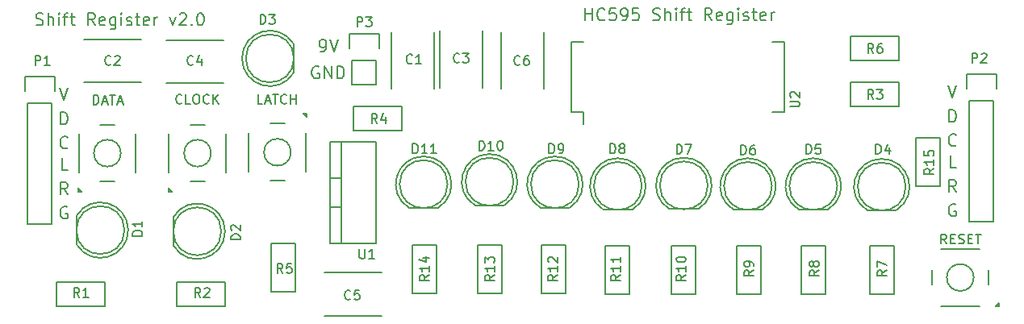
<source format=gto>
G04 #@! TF.FileFunction,Legend,Top*
%FSLAX46Y46*%
G04 Gerber Fmt 4.6, Leading zero omitted, Abs format (unit mm)*
G04 Created by KiCad (PCBNEW 4.0.1-3.201512221402+6198~38~ubuntu14.04.1-stable) date Thu 11 Feb 2016 01:25:38 PM PST*
%MOMM*%
G01*
G04 APERTURE LIST*
%ADD10C,0.100000*%
%ADD11C,0.203200*%
%ADD12C,0.150000*%
G04 APERTURE END LIST*
D10*
D11*
X117904382Y-84229424D02*
X117904382Y-82959424D01*
X117904382Y-83564186D02*
X118630096Y-83564186D01*
X118630096Y-84229424D02*
X118630096Y-82959424D01*
X119960572Y-84108471D02*
X119900096Y-84168948D01*
X119718667Y-84229424D01*
X119597715Y-84229424D01*
X119416287Y-84168948D01*
X119295334Y-84047995D01*
X119234858Y-83927043D01*
X119174382Y-83685138D01*
X119174382Y-83503710D01*
X119234858Y-83261805D01*
X119295334Y-83140852D01*
X119416287Y-83019900D01*
X119597715Y-82959424D01*
X119718667Y-82959424D01*
X119900096Y-83019900D01*
X119960572Y-83080376D01*
X121109620Y-82959424D02*
X120504858Y-82959424D01*
X120444382Y-83564186D01*
X120504858Y-83503710D01*
X120625810Y-83443233D01*
X120928191Y-83443233D01*
X121049144Y-83503710D01*
X121109620Y-83564186D01*
X121170096Y-83685138D01*
X121170096Y-83987519D01*
X121109620Y-84108471D01*
X121049144Y-84168948D01*
X120928191Y-84229424D01*
X120625810Y-84229424D01*
X120504858Y-84168948D01*
X120444382Y-84108471D01*
X121774858Y-84229424D02*
X122016763Y-84229424D01*
X122137715Y-84168948D01*
X122198191Y-84108471D01*
X122319144Y-83927043D01*
X122379620Y-83685138D01*
X122379620Y-83201329D01*
X122319144Y-83080376D01*
X122258668Y-83019900D01*
X122137715Y-82959424D01*
X121895811Y-82959424D01*
X121774858Y-83019900D01*
X121714382Y-83080376D01*
X121653906Y-83201329D01*
X121653906Y-83503710D01*
X121714382Y-83624662D01*
X121774858Y-83685138D01*
X121895811Y-83745614D01*
X122137715Y-83745614D01*
X122258668Y-83685138D01*
X122319144Y-83624662D01*
X122379620Y-83503710D01*
X123528668Y-82959424D02*
X122923906Y-82959424D01*
X122863430Y-83564186D01*
X122923906Y-83503710D01*
X123044858Y-83443233D01*
X123347239Y-83443233D01*
X123468192Y-83503710D01*
X123528668Y-83564186D01*
X123589144Y-83685138D01*
X123589144Y-83987519D01*
X123528668Y-84108471D01*
X123468192Y-84168948D01*
X123347239Y-84229424D01*
X123044858Y-84229424D01*
X122923906Y-84168948D01*
X122863430Y-84108471D01*
X125040573Y-84168948D02*
X125222001Y-84229424D01*
X125524382Y-84229424D01*
X125645335Y-84168948D01*
X125705811Y-84108471D01*
X125766287Y-83987519D01*
X125766287Y-83866567D01*
X125705811Y-83745614D01*
X125645335Y-83685138D01*
X125524382Y-83624662D01*
X125282478Y-83564186D01*
X125161525Y-83503710D01*
X125101049Y-83443233D01*
X125040573Y-83322281D01*
X125040573Y-83201329D01*
X125101049Y-83080376D01*
X125161525Y-83019900D01*
X125282478Y-82959424D01*
X125584858Y-82959424D01*
X125766287Y-83019900D01*
X126310573Y-84229424D02*
X126310573Y-82959424D01*
X126854859Y-84229424D02*
X126854859Y-83564186D01*
X126794382Y-83443233D01*
X126673430Y-83382757D01*
X126492002Y-83382757D01*
X126371049Y-83443233D01*
X126310573Y-83503710D01*
X127459621Y-84229424D02*
X127459621Y-83382757D01*
X127459621Y-82959424D02*
X127399145Y-83019900D01*
X127459621Y-83080376D01*
X127520097Y-83019900D01*
X127459621Y-82959424D01*
X127459621Y-83080376D01*
X127882954Y-83382757D02*
X128366764Y-83382757D01*
X128064383Y-84229424D02*
X128064383Y-83140852D01*
X128124859Y-83019900D01*
X128245812Y-82959424D01*
X128366764Y-82959424D01*
X128608668Y-83382757D02*
X129092478Y-83382757D01*
X128790097Y-82959424D02*
X128790097Y-84047995D01*
X128850573Y-84168948D01*
X128971526Y-84229424D01*
X129092478Y-84229424D01*
X131209144Y-84229424D02*
X130785811Y-83624662D01*
X130483430Y-84229424D02*
X130483430Y-82959424D01*
X130967239Y-82959424D01*
X131088192Y-83019900D01*
X131148668Y-83080376D01*
X131209144Y-83201329D01*
X131209144Y-83382757D01*
X131148668Y-83503710D01*
X131088192Y-83564186D01*
X130967239Y-83624662D01*
X130483430Y-83624662D01*
X132237239Y-84168948D02*
X132116287Y-84229424D01*
X131874382Y-84229424D01*
X131753430Y-84168948D01*
X131692954Y-84047995D01*
X131692954Y-83564186D01*
X131753430Y-83443233D01*
X131874382Y-83382757D01*
X132116287Y-83382757D01*
X132237239Y-83443233D01*
X132297716Y-83564186D01*
X132297716Y-83685138D01*
X131692954Y-83806090D01*
X133386287Y-83382757D02*
X133386287Y-84410852D01*
X133325810Y-84531805D01*
X133265334Y-84592281D01*
X133144382Y-84652757D01*
X132962953Y-84652757D01*
X132842001Y-84592281D01*
X133386287Y-84168948D02*
X133265334Y-84229424D01*
X133023430Y-84229424D01*
X132902477Y-84168948D01*
X132842001Y-84108471D01*
X132781525Y-83987519D01*
X132781525Y-83624662D01*
X132842001Y-83503710D01*
X132902477Y-83443233D01*
X133023430Y-83382757D01*
X133265334Y-83382757D01*
X133386287Y-83443233D01*
X133991049Y-84229424D02*
X133991049Y-83382757D01*
X133991049Y-82959424D02*
X133930573Y-83019900D01*
X133991049Y-83080376D01*
X134051525Y-83019900D01*
X133991049Y-82959424D01*
X133991049Y-83080376D01*
X134535335Y-84168948D02*
X134656287Y-84229424D01*
X134898192Y-84229424D01*
X135019144Y-84168948D01*
X135079620Y-84047995D01*
X135079620Y-83987519D01*
X135019144Y-83866567D01*
X134898192Y-83806090D01*
X134716763Y-83806090D01*
X134595811Y-83745614D01*
X134535335Y-83624662D01*
X134535335Y-83564186D01*
X134595811Y-83443233D01*
X134716763Y-83382757D01*
X134898192Y-83382757D01*
X135019144Y-83443233D01*
X135442477Y-83382757D02*
X135926287Y-83382757D01*
X135623906Y-82959424D02*
X135623906Y-84047995D01*
X135684382Y-84168948D01*
X135805335Y-84229424D01*
X135926287Y-84229424D01*
X136833429Y-84168948D02*
X136712477Y-84229424D01*
X136470572Y-84229424D01*
X136349620Y-84168948D01*
X136289144Y-84047995D01*
X136289144Y-83564186D01*
X136349620Y-83443233D01*
X136470572Y-83382757D01*
X136712477Y-83382757D01*
X136833429Y-83443233D01*
X136893906Y-83564186D01*
X136893906Y-83685138D01*
X136289144Y-83806090D01*
X137438191Y-84229424D02*
X137438191Y-83382757D01*
X137438191Y-83624662D02*
X137498667Y-83503710D01*
X137559143Y-83443233D01*
X137680096Y-83382757D01*
X137801048Y-83382757D01*
X62822667Y-91341424D02*
X63246001Y-92611424D01*
X63669334Y-91341424D01*
X62913381Y-95151424D02*
X62913381Y-93881424D01*
X63215762Y-93881424D01*
X63397190Y-93941900D01*
X63518143Y-94062852D01*
X63578619Y-94183805D01*
X63639095Y-94425710D01*
X63639095Y-94607138D01*
X63578619Y-94849043D01*
X63518143Y-94969995D01*
X63397190Y-95090948D01*
X63215762Y-95151424D01*
X62913381Y-95151424D01*
X63639096Y-99977424D02*
X63034334Y-99977424D01*
X63034334Y-98707424D01*
X63639095Y-102517424D02*
X63215762Y-101912662D01*
X62913381Y-102517424D02*
X62913381Y-101247424D01*
X63397190Y-101247424D01*
X63518143Y-101307900D01*
X63578619Y-101368376D01*
X63639095Y-101489329D01*
X63639095Y-101670757D01*
X63578619Y-101791710D01*
X63518143Y-101852186D01*
X63397190Y-101912662D01*
X62913381Y-101912662D01*
X63578619Y-103847900D02*
X63457667Y-103787424D01*
X63276238Y-103787424D01*
X63094810Y-103847900D01*
X62973857Y-103968852D01*
X62913381Y-104089805D01*
X62852905Y-104331710D01*
X62852905Y-104513138D01*
X62913381Y-104755043D01*
X62973857Y-104875995D01*
X63094810Y-104996948D01*
X63276238Y-105057424D01*
X63397190Y-105057424D01*
X63578619Y-104996948D01*
X63639095Y-104936471D01*
X63639095Y-104513138D01*
X63397190Y-104513138D01*
X63639095Y-97570471D02*
X63578619Y-97630948D01*
X63397190Y-97691424D01*
X63276238Y-97691424D01*
X63094810Y-97630948D01*
X62973857Y-97509995D01*
X62913381Y-97389043D01*
X62852905Y-97147138D01*
X62852905Y-96965710D01*
X62913381Y-96723805D01*
X62973857Y-96602852D01*
X63094810Y-96481900D01*
X63276238Y-96421424D01*
X63397190Y-96421424D01*
X63578619Y-96481900D01*
X63639095Y-96542376D01*
X156857095Y-97316471D02*
X156796619Y-97376948D01*
X156615190Y-97437424D01*
X156494238Y-97437424D01*
X156312810Y-97376948D01*
X156191857Y-97255995D01*
X156131381Y-97135043D01*
X156070905Y-96893138D01*
X156070905Y-96711710D01*
X156131381Y-96469805D01*
X156191857Y-96348852D01*
X156312810Y-96227900D01*
X156494238Y-96167424D01*
X156615190Y-96167424D01*
X156796619Y-96227900D01*
X156857095Y-96288376D01*
X156796619Y-103593900D02*
X156675667Y-103533424D01*
X156494238Y-103533424D01*
X156312810Y-103593900D01*
X156191857Y-103714852D01*
X156131381Y-103835805D01*
X156070905Y-104077710D01*
X156070905Y-104259138D01*
X156131381Y-104501043D01*
X156191857Y-104621995D01*
X156312810Y-104742948D01*
X156494238Y-104803424D01*
X156615190Y-104803424D01*
X156796619Y-104742948D01*
X156857095Y-104682471D01*
X156857095Y-104259138D01*
X156615190Y-104259138D01*
X156857095Y-102263424D02*
X156433762Y-101658662D01*
X156131381Y-102263424D02*
X156131381Y-100993424D01*
X156615190Y-100993424D01*
X156736143Y-101053900D01*
X156796619Y-101114376D01*
X156857095Y-101235329D01*
X156857095Y-101416757D01*
X156796619Y-101537710D01*
X156736143Y-101598186D01*
X156615190Y-101658662D01*
X156131381Y-101658662D01*
X156857096Y-99723424D02*
X156252334Y-99723424D01*
X156252334Y-98453424D01*
X156131381Y-94897424D02*
X156131381Y-93627424D01*
X156433762Y-93627424D01*
X156615190Y-93687900D01*
X156736143Y-93808852D01*
X156796619Y-93929805D01*
X156857095Y-94171710D01*
X156857095Y-94353138D01*
X156796619Y-94595043D01*
X156736143Y-94715995D01*
X156615190Y-94836948D01*
X156433762Y-94897424D01*
X156131381Y-94897424D01*
X156040667Y-91087424D02*
X156464001Y-92357424D01*
X156887334Y-91087424D01*
X60312906Y-84676948D02*
X60494334Y-84737424D01*
X60796715Y-84737424D01*
X60917668Y-84676948D01*
X60978144Y-84616471D01*
X61038620Y-84495519D01*
X61038620Y-84374567D01*
X60978144Y-84253614D01*
X60917668Y-84193138D01*
X60796715Y-84132662D01*
X60554811Y-84072186D01*
X60433858Y-84011710D01*
X60373382Y-83951233D01*
X60312906Y-83830281D01*
X60312906Y-83709329D01*
X60373382Y-83588376D01*
X60433858Y-83527900D01*
X60554811Y-83467424D01*
X60857191Y-83467424D01*
X61038620Y-83527900D01*
X61582906Y-84737424D02*
X61582906Y-83467424D01*
X62127192Y-84737424D02*
X62127192Y-84072186D01*
X62066715Y-83951233D01*
X61945763Y-83890757D01*
X61764335Y-83890757D01*
X61643382Y-83951233D01*
X61582906Y-84011710D01*
X62731954Y-84737424D02*
X62731954Y-83890757D01*
X62731954Y-83467424D02*
X62671478Y-83527900D01*
X62731954Y-83588376D01*
X62792430Y-83527900D01*
X62731954Y-83467424D01*
X62731954Y-83588376D01*
X63155287Y-83890757D02*
X63639097Y-83890757D01*
X63336716Y-84737424D02*
X63336716Y-83648852D01*
X63397192Y-83527900D01*
X63518145Y-83467424D01*
X63639097Y-83467424D01*
X63881001Y-83890757D02*
X64364811Y-83890757D01*
X64062430Y-83467424D02*
X64062430Y-84555995D01*
X64122906Y-84676948D01*
X64243859Y-84737424D01*
X64364811Y-84737424D01*
X66481477Y-84737424D02*
X66058144Y-84132662D01*
X65755763Y-84737424D02*
X65755763Y-83467424D01*
X66239572Y-83467424D01*
X66360525Y-83527900D01*
X66421001Y-83588376D01*
X66481477Y-83709329D01*
X66481477Y-83890757D01*
X66421001Y-84011710D01*
X66360525Y-84072186D01*
X66239572Y-84132662D01*
X65755763Y-84132662D01*
X67509572Y-84676948D02*
X67388620Y-84737424D01*
X67146715Y-84737424D01*
X67025763Y-84676948D01*
X66965287Y-84555995D01*
X66965287Y-84072186D01*
X67025763Y-83951233D01*
X67146715Y-83890757D01*
X67388620Y-83890757D01*
X67509572Y-83951233D01*
X67570049Y-84072186D01*
X67570049Y-84193138D01*
X66965287Y-84314090D01*
X68658620Y-83890757D02*
X68658620Y-84918852D01*
X68598143Y-85039805D01*
X68537667Y-85100281D01*
X68416715Y-85160757D01*
X68235286Y-85160757D01*
X68114334Y-85100281D01*
X68658620Y-84676948D02*
X68537667Y-84737424D01*
X68295763Y-84737424D01*
X68174810Y-84676948D01*
X68114334Y-84616471D01*
X68053858Y-84495519D01*
X68053858Y-84132662D01*
X68114334Y-84011710D01*
X68174810Y-83951233D01*
X68295763Y-83890757D01*
X68537667Y-83890757D01*
X68658620Y-83951233D01*
X69263382Y-84737424D02*
X69263382Y-83890757D01*
X69263382Y-83467424D02*
X69202906Y-83527900D01*
X69263382Y-83588376D01*
X69323858Y-83527900D01*
X69263382Y-83467424D01*
X69263382Y-83588376D01*
X69807668Y-84676948D02*
X69928620Y-84737424D01*
X70170525Y-84737424D01*
X70291477Y-84676948D01*
X70351953Y-84555995D01*
X70351953Y-84495519D01*
X70291477Y-84374567D01*
X70170525Y-84314090D01*
X69989096Y-84314090D01*
X69868144Y-84253614D01*
X69807668Y-84132662D01*
X69807668Y-84072186D01*
X69868144Y-83951233D01*
X69989096Y-83890757D01*
X70170525Y-83890757D01*
X70291477Y-83951233D01*
X70714810Y-83890757D02*
X71198620Y-83890757D01*
X70896239Y-83467424D02*
X70896239Y-84555995D01*
X70956715Y-84676948D01*
X71077668Y-84737424D01*
X71198620Y-84737424D01*
X72105762Y-84676948D02*
X71984810Y-84737424D01*
X71742905Y-84737424D01*
X71621953Y-84676948D01*
X71561477Y-84555995D01*
X71561477Y-84072186D01*
X71621953Y-83951233D01*
X71742905Y-83890757D01*
X71984810Y-83890757D01*
X72105762Y-83951233D01*
X72166239Y-84072186D01*
X72166239Y-84193138D01*
X71561477Y-84314090D01*
X72710524Y-84737424D02*
X72710524Y-83890757D01*
X72710524Y-84132662D02*
X72771000Y-84011710D01*
X72831476Y-83951233D01*
X72952429Y-83890757D01*
X73073381Y-83890757D01*
X74343381Y-83890757D02*
X74645762Y-84737424D01*
X74948142Y-83890757D01*
X75371476Y-83588376D02*
X75431952Y-83527900D01*
X75552904Y-83467424D01*
X75855285Y-83467424D01*
X75976238Y-83527900D01*
X76036714Y-83588376D01*
X76097190Y-83709329D01*
X76097190Y-83830281D01*
X76036714Y-84011710D01*
X75311000Y-84737424D01*
X76097190Y-84737424D01*
X76641476Y-84616471D02*
X76701952Y-84676948D01*
X76641476Y-84737424D01*
X76581000Y-84676948D01*
X76641476Y-84616471D01*
X76641476Y-84737424D01*
X77488143Y-83467424D02*
X77609095Y-83467424D01*
X77730047Y-83527900D01*
X77790524Y-83588376D01*
X77851000Y-83709329D01*
X77911476Y-83951233D01*
X77911476Y-84253614D01*
X77851000Y-84495519D01*
X77790524Y-84616471D01*
X77730047Y-84676948D01*
X77609095Y-84737424D01*
X77488143Y-84737424D01*
X77367190Y-84676948D01*
X77306714Y-84616471D01*
X77246238Y-84495519D01*
X77185762Y-84253614D01*
X77185762Y-83951233D01*
X77246238Y-83709329D01*
X77306714Y-83588376D01*
X77367190Y-83527900D01*
X77488143Y-83467424D01*
X89964381Y-89115900D02*
X89843429Y-89055424D01*
X89662000Y-89055424D01*
X89480572Y-89115900D01*
X89359619Y-89236852D01*
X89299143Y-89357805D01*
X89238667Y-89599710D01*
X89238667Y-89781138D01*
X89299143Y-90023043D01*
X89359619Y-90143995D01*
X89480572Y-90264948D01*
X89662000Y-90325424D01*
X89782952Y-90325424D01*
X89964381Y-90264948D01*
X90024857Y-90204471D01*
X90024857Y-89781138D01*
X89782952Y-89781138D01*
X90569143Y-90325424D02*
X90569143Y-89055424D01*
X91294857Y-90325424D01*
X91294857Y-89055424D01*
X91899619Y-90325424D02*
X91899619Y-89055424D01*
X92202000Y-89055424D01*
X92383428Y-89115900D01*
X92504381Y-89236852D01*
X92564857Y-89357805D01*
X92625333Y-89599710D01*
X92625333Y-89781138D01*
X92564857Y-90023043D01*
X92504381Y-90143995D01*
X92383428Y-90264948D01*
X92202000Y-90325424D01*
X91899619Y-90325424D01*
X90145810Y-87531424D02*
X90387715Y-87531424D01*
X90508667Y-87470948D01*
X90569143Y-87410471D01*
X90690096Y-87229043D01*
X90750572Y-86987138D01*
X90750572Y-86503329D01*
X90690096Y-86382376D01*
X90629620Y-86321900D01*
X90508667Y-86261424D01*
X90266763Y-86261424D01*
X90145810Y-86321900D01*
X90085334Y-86382376D01*
X90024858Y-86503329D01*
X90024858Y-86805710D01*
X90085334Y-86926662D01*
X90145810Y-86987138D01*
X90266763Y-87047614D01*
X90508667Y-87047614D01*
X90629620Y-86987138D01*
X90690096Y-86926662D01*
X90750572Y-86805710D01*
X91113429Y-86261424D02*
X91536763Y-87531424D01*
X91960096Y-86261424D01*
D12*
X87320888Y-86701996D02*
G75*
G03X87336000Y-89726900I-2484888J-1524904D01*
G01*
X87336000Y-86726900D02*
X87336000Y-89726900D01*
X87353936Y-88226900D02*
G75*
G03X87353936Y-88226900I-2517936J0D01*
G01*
X64786000Y-102130900D02*
X64886000Y-102130900D01*
X64736000Y-102230900D02*
X64736000Y-101880900D01*
X64736000Y-101880900D02*
G75*
G03X65086000Y-102230900I1050000J700000D01*
G01*
X64736000Y-102230900D02*
X65086000Y-102230900D01*
X69200214Y-98180900D02*
G75*
G03X69200214Y-98180900I-1414214J0D01*
G01*
X70786000Y-100180900D02*
X70786000Y-96180900D01*
X64786000Y-100180900D02*
X64786000Y-96180900D01*
X68536000Y-101180900D02*
X67036000Y-101180900D01*
X67036000Y-95180900D02*
X68536000Y-95180900D01*
D10*
X67786000Y-101180900D02*
X67786000Y-101180900D01*
X70786000Y-96180900D02*
X70786000Y-100180900D01*
X64786000Y-96180900D02*
X64786000Y-100180900D01*
X67786000Y-95180900D02*
X67786000Y-95180900D01*
X69200214Y-98180900D02*
G75*
G03X69200214Y-98180900I-1414214J0D01*
G01*
D12*
X102072000Y-85440900D02*
X102072000Y-91440900D01*
X97572000Y-91440900D02*
X97572000Y-85440900D01*
X102489904Y-103919788D02*
G75*
G03X99465000Y-103934900I-1524904J2484888D01*
G01*
X102465000Y-103934900D02*
X99465000Y-103934900D01*
X103482936Y-101434900D02*
G75*
G03X103482936Y-101434900I-2517936J0D01*
G01*
X71366000Y-90730900D02*
X65366000Y-90730900D01*
X65366000Y-86230900D02*
X71366000Y-86230900D01*
X107152000Y-85313900D02*
X107152000Y-91313900D01*
X102652000Y-91313900D02*
X102652000Y-85313900D01*
X73985500Y-86294400D02*
X79985500Y-86294400D01*
X79985500Y-90794400D02*
X73985500Y-90794400D01*
X90559000Y-110741900D02*
X96559000Y-110741900D01*
X96559000Y-115241900D02*
X90559000Y-115241900D01*
X113629000Y-85440900D02*
X113629000Y-91440900D01*
X109129000Y-91440900D02*
X109129000Y-85440900D01*
X64571112Y-107785804D02*
G75*
G03X64556000Y-104760900I2484888J1524904D01*
G01*
X64556000Y-107760900D02*
X64556000Y-104760900D01*
X69573936Y-106260900D02*
G75*
G03X69573936Y-106260900I-2517936J0D01*
G01*
X74731112Y-107912804D02*
G75*
G03X74716000Y-104887900I2484888J1524904D01*
G01*
X74716000Y-107887900D02*
X74716000Y-104887900D01*
X79733936Y-106387900D02*
G75*
G03X79733936Y-106387900I-2517936J0D01*
G01*
X150559404Y-104173788D02*
G75*
G03X147534500Y-104188900I-1524904J2484888D01*
G01*
X150534500Y-104188900D02*
X147534500Y-104188900D01*
X151552436Y-101688900D02*
G75*
G03X151552436Y-101688900I-2517936J0D01*
G01*
X143383904Y-104110288D02*
G75*
G03X140359000Y-104125400I-1524904J2484888D01*
G01*
X143359000Y-104125400D02*
X140359000Y-104125400D01*
X144376936Y-101625400D02*
G75*
G03X144376936Y-101625400I-2517936J0D01*
G01*
X136525904Y-104110288D02*
G75*
G03X133501000Y-104125400I-1524904J2484888D01*
G01*
X136501000Y-104125400D02*
X133501000Y-104125400D01*
X137518936Y-101625400D02*
G75*
G03X137518936Y-101625400I-2517936J0D01*
G01*
X129794904Y-104046788D02*
G75*
G03X126770000Y-104061900I-1524904J2484888D01*
G01*
X129770000Y-104061900D02*
X126770000Y-104061900D01*
X130787936Y-101561900D02*
G75*
G03X130787936Y-101561900I-2517936J0D01*
G01*
X122873404Y-104110288D02*
G75*
G03X119848500Y-104125400I-1524904J2484888D01*
G01*
X122848500Y-104125400D02*
X119848500Y-104125400D01*
X123866436Y-101625400D02*
G75*
G03X123866436Y-101625400I-2517936J0D01*
G01*
X116269404Y-103919788D02*
G75*
G03X113244500Y-103934900I-1524904J2484888D01*
G01*
X116244500Y-103934900D02*
X113244500Y-103934900D01*
X117262436Y-101434900D02*
G75*
G03X117262436Y-101434900I-2517936J0D01*
G01*
X109411404Y-103665788D02*
G75*
G03X106386500Y-103680900I-1524904J2484888D01*
G01*
X109386500Y-103680900D02*
X106386500Y-103680900D01*
X110404436Y-101180900D02*
G75*
G03X110404436Y-101180900I-2517936J0D01*
G01*
X67564000Y-114261900D02*
X62484000Y-114261900D01*
X62484000Y-114261900D02*
X62484000Y-111721900D01*
X62484000Y-111721900D02*
X67564000Y-111721900D01*
X67564000Y-111721900D02*
X67564000Y-114261900D01*
X75057000Y-111721900D02*
X80137000Y-111721900D01*
X80137000Y-111721900D02*
X80137000Y-114261900D01*
X80137000Y-114261900D02*
X75057000Y-114261900D01*
X75057000Y-114261900D02*
X75057000Y-111721900D01*
X145796000Y-90766900D02*
X150876000Y-90766900D01*
X150876000Y-90766900D02*
X150876000Y-93306900D01*
X150876000Y-93306900D02*
X145796000Y-93306900D01*
X145796000Y-93306900D02*
X145796000Y-90766900D01*
X98679000Y-95846900D02*
X93599000Y-95846900D01*
X93599000Y-95846900D02*
X93599000Y-93306900D01*
X93599000Y-93306900D02*
X98679000Y-93306900D01*
X98679000Y-93306900D02*
X98679000Y-95846900D01*
X87503000Y-107657900D02*
X87503000Y-112737900D01*
X87503000Y-112737900D02*
X84963000Y-112737900D01*
X84963000Y-112737900D02*
X84963000Y-107657900D01*
X84963000Y-107657900D02*
X87503000Y-107657900D01*
X150876000Y-88480900D02*
X145796000Y-88480900D01*
X145796000Y-88480900D02*
X145796000Y-85940900D01*
X145796000Y-85940900D02*
X150876000Y-85940900D01*
X150876000Y-85940900D02*
X150876000Y-88480900D01*
X150304500Y-107911900D02*
X150304500Y-112991900D01*
X150304500Y-112991900D02*
X147764500Y-112991900D01*
X147764500Y-112991900D02*
X147764500Y-107911900D01*
X147764500Y-107911900D02*
X150304500Y-107911900D01*
X143129000Y-107911900D02*
X143129000Y-112991900D01*
X143129000Y-112991900D02*
X140589000Y-112991900D01*
X140589000Y-112991900D02*
X140589000Y-107911900D01*
X140589000Y-107911900D02*
X143129000Y-107911900D01*
X136334500Y-107911900D02*
X136334500Y-112991900D01*
X136334500Y-112991900D02*
X133794500Y-112991900D01*
X133794500Y-112991900D02*
X133794500Y-107911900D01*
X133794500Y-107911900D02*
X136334500Y-107911900D01*
X129540000Y-107911900D02*
X129540000Y-112991900D01*
X129540000Y-112991900D02*
X127000000Y-112991900D01*
X127000000Y-112991900D02*
X127000000Y-107911900D01*
X127000000Y-107911900D02*
X129540000Y-107911900D01*
X122555000Y-107911900D02*
X122555000Y-112991900D01*
X122555000Y-112991900D02*
X120015000Y-112991900D01*
X120015000Y-112991900D02*
X120015000Y-107911900D01*
X120015000Y-107911900D02*
X122555000Y-107911900D01*
X115887500Y-107848400D02*
X115887500Y-112928400D01*
X115887500Y-112928400D02*
X113347500Y-112928400D01*
X113347500Y-112928400D02*
X113347500Y-107848400D01*
X113347500Y-107848400D02*
X115887500Y-107848400D01*
X109156500Y-107848400D02*
X109156500Y-112928400D01*
X109156500Y-112928400D02*
X106616500Y-112928400D01*
X106616500Y-112928400D02*
X106616500Y-107848400D01*
X106616500Y-107848400D02*
X109156500Y-107848400D01*
X102298500Y-107848400D02*
X102298500Y-112928400D01*
X102298500Y-112928400D02*
X99758500Y-112928400D01*
X99758500Y-112928400D02*
X99758500Y-107848400D01*
X99758500Y-107848400D02*
X102298500Y-107848400D01*
X152654000Y-101688900D02*
X152654000Y-96608900D01*
X152654000Y-96608900D02*
X155194000Y-96608900D01*
X155194000Y-96608900D02*
X155194000Y-101688900D01*
X155194000Y-101688900D02*
X152654000Y-101688900D01*
X74247500Y-102130900D02*
X74347500Y-102130900D01*
X74197500Y-102230900D02*
X74197500Y-101880900D01*
X74197500Y-101880900D02*
G75*
G03X74547500Y-102230900I1050000J700000D01*
G01*
X74197500Y-102230900D02*
X74547500Y-102230900D01*
X78661714Y-98180900D02*
G75*
G03X78661714Y-98180900I-1414214J0D01*
G01*
X80247500Y-100180900D02*
X80247500Y-96180900D01*
X74247500Y-100180900D02*
X74247500Y-96180900D01*
X77997500Y-101180900D02*
X76497500Y-101180900D01*
X76497500Y-95180900D02*
X77997500Y-95180900D01*
D10*
X77247500Y-101180900D02*
X77247500Y-101180900D01*
X80247500Y-96180900D02*
X80247500Y-100180900D01*
X74247500Y-96180900D02*
X74247500Y-100180900D01*
X77247500Y-95180900D02*
X77247500Y-95180900D01*
X78661714Y-98180900D02*
G75*
G03X78661714Y-98180900I-1414214J0D01*
G01*
D12*
X161224000Y-114245900D02*
X161224000Y-114145900D01*
X161324000Y-114295900D02*
X160974000Y-114295900D01*
X160974000Y-114295900D02*
G75*
G03X161324000Y-113945900I-700000J1050000D01*
G01*
X161324000Y-114295900D02*
X161324000Y-113945900D01*
X158688214Y-111245900D02*
G75*
G03X158688214Y-111245900I-1414214J0D01*
G01*
X159274000Y-108245900D02*
X155274000Y-108245900D01*
X159274000Y-114245900D02*
X155274000Y-114245900D01*
X160274000Y-110495900D02*
X160274000Y-111995900D01*
X154274000Y-111995900D02*
X154274000Y-110495900D01*
D10*
X160274000Y-111245900D02*
X160274000Y-111245900D01*
X155274000Y-108245900D02*
X159274000Y-108245900D01*
X155274000Y-114245900D02*
X159274000Y-114245900D01*
X154274000Y-111245900D02*
X154274000Y-111245900D01*
X158688214Y-111245900D02*
G75*
G03X158688214Y-111245900I-1414214J0D01*
G01*
D12*
X91186000Y-103847900D02*
X92329000Y-103847900D01*
X91186000Y-100799900D02*
X92329000Y-100799900D01*
X92329000Y-96989900D02*
X96012000Y-96989900D01*
X96012000Y-96989900D02*
X96012000Y-107657900D01*
X96012000Y-107657900D02*
X92329000Y-107657900D01*
X91186000Y-96989900D02*
X92329000Y-96989900D01*
X92329000Y-96989900D02*
X92329000Y-107657900D01*
X92329000Y-107657900D02*
X91186000Y-107657900D01*
X91186000Y-102323900D02*
X91186000Y-107657900D01*
X91186000Y-102323900D02*
X91186000Y-96989900D01*
X116450000Y-93870400D02*
X117720000Y-93870400D01*
X116450000Y-86520400D02*
X117720000Y-86520400D01*
X138820000Y-86520400D02*
X137550000Y-86520400D01*
X138820000Y-93870400D02*
X137550000Y-93870400D01*
X116450000Y-93870400D02*
X116450000Y-86520400D01*
X138820000Y-93870400D02*
X138820000Y-86520400D01*
X117720000Y-93870400D02*
X117720000Y-95155400D01*
X96012000Y-88480900D02*
X96012000Y-91020900D01*
X96292000Y-85660900D02*
X96292000Y-87210900D01*
X96012000Y-88480900D02*
X93472000Y-88480900D01*
X93192000Y-87210900D02*
X93192000Y-85660900D01*
X93192000Y-85660900D02*
X96292000Y-85660900D01*
X93472000Y-88480900D02*
X93472000Y-91020900D01*
X93472000Y-91020900D02*
X96012000Y-91020900D01*
X61976000Y-92964000D02*
X61976000Y-105664000D01*
X61976000Y-105664000D02*
X59436000Y-105664000D01*
X59436000Y-105664000D02*
X59436000Y-92964000D01*
X62256000Y-90144000D02*
X62256000Y-91694000D01*
X61976000Y-92964000D02*
X59436000Y-92964000D01*
X59156000Y-91694000D02*
X59156000Y-90144000D01*
X59156000Y-90144000D02*
X62256000Y-90144000D01*
X160782000Y-92710000D02*
X160782000Y-105410000D01*
X160782000Y-105410000D02*
X158242000Y-105410000D01*
X158242000Y-105410000D02*
X158242000Y-92710000D01*
X161062000Y-89890000D02*
X161062000Y-91440000D01*
X160782000Y-92710000D02*
X158242000Y-92710000D01*
X157962000Y-91440000D02*
X157962000Y-89890000D01*
X157962000Y-89890000D02*
X161062000Y-89890000D01*
X88630000Y-94134900D02*
X88530000Y-94134900D01*
X88680000Y-94034900D02*
X88680000Y-94384900D01*
X88680000Y-94384900D02*
G75*
G03X88330000Y-94034900I-1050000J-700000D01*
G01*
X88680000Y-94034900D02*
X88330000Y-94034900D01*
X87044214Y-98084900D02*
G75*
G03X87044214Y-98084900I-1414214J0D01*
G01*
X82630000Y-96084900D02*
X82630000Y-100084900D01*
X88630000Y-96084900D02*
X88630000Y-100084900D01*
X84880000Y-95084900D02*
X86380000Y-95084900D01*
X86380000Y-101084900D02*
X84880000Y-101084900D01*
D10*
X85630000Y-95084900D02*
X85630000Y-95084900D01*
X82630000Y-100084900D02*
X82630000Y-96084900D01*
X88630000Y-100084900D02*
X88630000Y-96084900D01*
X85630000Y-101084900D02*
X85630000Y-101084900D01*
X87044214Y-98084900D02*
G75*
G03X87044214Y-98084900I-1414214J0D01*
G01*
D12*
X83843905Y-84615281D02*
X83843905Y-83615281D01*
X84082000Y-83615281D01*
X84224858Y-83662900D01*
X84320096Y-83758138D01*
X84367715Y-83853376D01*
X84415334Y-84043852D01*
X84415334Y-84186710D01*
X84367715Y-84377186D01*
X84320096Y-84472424D01*
X84224858Y-84567662D01*
X84082000Y-84615281D01*
X83843905Y-84615281D01*
X84748667Y-83615281D02*
X85367715Y-83615281D01*
X85034381Y-83996233D01*
X85177239Y-83996233D01*
X85272477Y-84043852D01*
X85320096Y-84091471D01*
X85367715Y-84186710D01*
X85367715Y-84424805D01*
X85320096Y-84520043D01*
X85272477Y-84567662D01*
X85177239Y-84615281D01*
X84891524Y-84615281D01*
X84796286Y-84567662D01*
X84748667Y-84520043D01*
X66318000Y-93060781D02*
X66318000Y-92060781D01*
X66556095Y-92060781D01*
X66698953Y-92108400D01*
X66794191Y-92203638D01*
X66841810Y-92298876D01*
X66889429Y-92489352D01*
X66889429Y-92632210D01*
X66841810Y-92822686D01*
X66794191Y-92917924D01*
X66698953Y-93013162D01*
X66556095Y-93060781D01*
X66318000Y-93060781D01*
X67270381Y-92775067D02*
X67746572Y-92775067D01*
X67175143Y-93060781D02*
X67508476Y-92060781D01*
X67841810Y-93060781D01*
X68032286Y-92060781D02*
X68603715Y-92060781D01*
X68318000Y-93060781D02*
X68318000Y-92060781D01*
X68889429Y-92775067D02*
X69365620Y-92775067D01*
X68794191Y-93060781D02*
X69127524Y-92060781D01*
X69460858Y-93060781D01*
X99782334Y-88711043D02*
X99734715Y-88758662D01*
X99591858Y-88806281D01*
X99496620Y-88806281D01*
X99353762Y-88758662D01*
X99258524Y-88663424D01*
X99210905Y-88568186D01*
X99163286Y-88377710D01*
X99163286Y-88234852D01*
X99210905Y-88044376D01*
X99258524Y-87949138D01*
X99353762Y-87853900D01*
X99496620Y-87806281D01*
X99591858Y-87806281D01*
X99734715Y-87853900D01*
X99782334Y-87901519D01*
X100734715Y-88806281D02*
X100163286Y-88806281D01*
X100449000Y-88806281D02*
X100449000Y-87806281D01*
X100353762Y-87949138D01*
X100258524Y-88044376D01*
X100163286Y-88091995D01*
X99814214Y-98204281D02*
X99814214Y-97204281D01*
X100052309Y-97204281D01*
X100195167Y-97251900D01*
X100290405Y-97347138D01*
X100338024Y-97442376D01*
X100385643Y-97632852D01*
X100385643Y-97775710D01*
X100338024Y-97966186D01*
X100290405Y-98061424D01*
X100195167Y-98156662D01*
X100052309Y-98204281D01*
X99814214Y-98204281D01*
X101338024Y-98204281D02*
X100766595Y-98204281D01*
X101052309Y-98204281D02*
X101052309Y-97204281D01*
X100957071Y-97347138D01*
X100861833Y-97442376D01*
X100766595Y-97489995D01*
X102290405Y-98204281D02*
X101718976Y-98204281D01*
X102004690Y-98204281D02*
X102004690Y-97204281D01*
X101909452Y-97347138D01*
X101814214Y-97442376D01*
X101718976Y-97489995D01*
X68159334Y-88838043D02*
X68111715Y-88885662D01*
X67968858Y-88933281D01*
X67873620Y-88933281D01*
X67730762Y-88885662D01*
X67635524Y-88790424D01*
X67587905Y-88695186D01*
X67540286Y-88504710D01*
X67540286Y-88361852D01*
X67587905Y-88171376D01*
X67635524Y-88076138D01*
X67730762Y-87980900D01*
X67873620Y-87933281D01*
X67968858Y-87933281D01*
X68111715Y-87980900D01*
X68159334Y-88028519D01*
X68540286Y-88028519D02*
X68587905Y-87980900D01*
X68683143Y-87933281D01*
X68921239Y-87933281D01*
X69016477Y-87980900D01*
X69064096Y-88028519D01*
X69111715Y-88123757D01*
X69111715Y-88218995D01*
X69064096Y-88361852D01*
X68492667Y-88933281D01*
X69111715Y-88933281D01*
X104735334Y-88584043D02*
X104687715Y-88631662D01*
X104544858Y-88679281D01*
X104449620Y-88679281D01*
X104306762Y-88631662D01*
X104211524Y-88536424D01*
X104163905Y-88441186D01*
X104116286Y-88250710D01*
X104116286Y-88107852D01*
X104163905Y-87917376D01*
X104211524Y-87822138D01*
X104306762Y-87726900D01*
X104449620Y-87679281D01*
X104544858Y-87679281D01*
X104687715Y-87726900D01*
X104735334Y-87774519D01*
X105068667Y-87679281D02*
X105687715Y-87679281D01*
X105354381Y-88060233D01*
X105497239Y-88060233D01*
X105592477Y-88107852D01*
X105640096Y-88155471D01*
X105687715Y-88250710D01*
X105687715Y-88488805D01*
X105640096Y-88584043D01*
X105592477Y-88631662D01*
X105497239Y-88679281D01*
X105211524Y-88679281D01*
X105116286Y-88631662D01*
X105068667Y-88584043D01*
X76795334Y-88838043D02*
X76747715Y-88885662D01*
X76604858Y-88933281D01*
X76509620Y-88933281D01*
X76366762Y-88885662D01*
X76271524Y-88790424D01*
X76223905Y-88695186D01*
X76176286Y-88504710D01*
X76176286Y-88361852D01*
X76223905Y-88171376D01*
X76271524Y-88076138D01*
X76366762Y-87980900D01*
X76509620Y-87933281D01*
X76604858Y-87933281D01*
X76747715Y-87980900D01*
X76795334Y-88028519D01*
X77652477Y-88266614D02*
X77652477Y-88933281D01*
X77414381Y-87885662D02*
X77176286Y-88599948D01*
X77795334Y-88599948D01*
X93305334Y-113476043D02*
X93257715Y-113523662D01*
X93114858Y-113571281D01*
X93019620Y-113571281D01*
X92876762Y-113523662D01*
X92781524Y-113428424D01*
X92733905Y-113333186D01*
X92686286Y-113142710D01*
X92686286Y-112999852D01*
X92733905Y-112809376D01*
X92781524Y-112714138D01*
X92876762Y-112618900D01*
X93019620Y-112571281D01*
X93114858Y-112571281D01*
X93257715Y-112618900D01*
X93305334Y-112666519D01*
X94210096Y-112571281D02*
X93733905Y-112571281D01*
X93686286Y-113047471D01*
X93733905Y-112999852D01*
X93829143Y-112952233D01*
X94067239Y-112952233D01*
X94162477Y-112999852D01*
X94210096Y-113047471D01*
X94257715Y-113142710D01*
X94257715Y-113380805D01*
X94210096Y-113476043D01*
X94162477Y-113523662D01*
X94067239Y-113571281D01*
X93829143Y-113571281D01*
X93733905Y-113523662D01*
X93686286Y-113476043D01*
X111085334Y-88838043D02*
X111037715Y-88885662D01*
X110894858Y-88933281D01*
X110799620Y-88933281D01*
X110656762Y-88885662D01*
X110561524Y-88790424D01*
X110513905Y-88695186D01*
X110466286Y-88504710D01*
X110466286Y-88361852D01*
X110513905Y-88171376D01*
X110561524Y-88076138D01*
X110656762Y-87980900D01*
X110799620Y-87933281D01*
X110894858Y-87933281D01*
X111037715Y-87980900D01*
X111085334Y-88028519D01*
X111942477Y-87933281D02*
X111752000Y-87933281D01*
X111656762Y-87980900D01*
X111609143Y-88028519D01*
X111513905Y-88171376D01*
X111466286Y-88361852D01*
X111466286Y-88742805D01*
X111513905Y-88838043D01*
X111561524Y-88885662D01*
X111656762Y-88933281D01*
X111847239Y-88933281D01*
X111942477Y-88885662D01*
X111990096Y-88838043D01*
X112037715Y-88742805D01*
X112037715Y-88504710D01*
X111990096Y-88409471D01*
X111942477Y-88361852D01*
X111847239Y-88314233D01*
X111656762Y-88314233D01*
X111561524Y-88361852D01*
X111513905Y-88409471D01*
X111466286Y-88504710D01*
X71445381Y-106871995D02*
X70445381Y-106871995D01*
X70445381Y-106633900D01*
X70493000Y-106491042D01*
X70588238Y-106395804D01*
X70683476Y-106348185D01*
X70873952Y-106300566D01*
X71016810Y-106300566D01*
X71207286Y-106348185D01*
X71302524Y-106395804D01*
X71397762Y-106491042D01*
X71445381Y-106633900D01*
X71445381Y-106871995D01*
X71445381Y-105348185D02*
X71445381Y-105919614D01*
X71445381Y-105633900D02*
X70445381Y-105633900D01*
X70588238Y-105729138D01*
X70683476Y-105824376D01*
X70731095Y-105919614D01*
X81732381Y-107252995D02*
X80732381Y-107252995D01*
X80732381Y-107014900D01*
X80780000Y-106872042D01*
X80875238Y-106776804D01*
X80970476Y-106729185D01*
X81160952Y-106681566D01*
X81303810Y-106681566D01*
X81494286Y-106729185D01*
X81589524Y-106776804D01*
X81684762Y-106872042D01*
X81732381Y-107014900D01*
X81732381Y-107252995D01*
X80827619Y-106300614D02*
X80780000Y-106252995D01*
X80732381Y-106157757D01*
X80732381Y-105919661D01*
X80780000Y-105824423D01*
X80827619Y-105776804D01*
X80922857Y-105729185D01*
X81018095Y-105729185D01*
X81160952Y-105776804D01*
X81732381Y-106348233D01*
X81732381Y-105729185D01*
X148423405Y-98267781D02*
X148423405Y-97267781D01*
X148661500Y-97267781D01*
X148804358Y-97315400D01*
X148899596Y-97410638D01*
X148947215Y-97505876D01*
X148994834Y-97696352D01*
X148994834Y-97839210D01*
X148947215Y-98029686D01*
X148899596Y-98124924D01*
X148804358Y-98220162D01*
X148661500Y-98267781D01*
X148423405Y-98267781D01*
X149851977Y-97601114D02*
X149851977Y-98267781D01*
X149613881Y-97220162D02*
X149375786Y-97934448D01*
X149994834Y-97934448D01*
X141120905Y-98267781D02*
X141120905Y-97267781D01*
X141359000Y-97267781D01*
X141501858Y-97315400D01*
X141597096Y-97410638D01*
X141644715Y-97505876D01*
X141692334Y-97696352D01*
X141692334Y-97839210D01*
X141644715Y-98029686D01*
X141597096Y-98124924D01*
X141501858Y-98220162D01*
X141359000Y-98267781D01*
X141120905Y-98267781D01*
X142597096Y-97267781D02*
X142120905Y-97267781D01*
X142073286Y-97743971D01*
X142120905Y-97696352D01*
X142216143Y-97648733D01*
X142454239Y-97648733D01*
X142549477Y-97696352D01*
X142597096Y-97743971D01*
X142644715Y-97839210D01*
X142644715Y-98077305D01*
X142597096Y-98172543D01*
X142549477Y-98220162D01*
X142454239Y-98267781D01*
X142216143Y-98267781D01*
X142120905Y-98220162D01*
X142073286Y-98172543D01*
X134262905Y-98331281D02*
X134262905Y-97331281D01*
X134501000Y-97331281D01*
X134643858Y-97378900D01*
X134739096Y-97474138D01*
X134786715Y-97569376D01*
X134834334Y-97759852D01*
X134834334Y-97902710D01*
X134786715Y-98093186D01*
X134739096Y-98188424D01*
X134643858Y-98283662D01*
X134501000Y-98331281D01*
X134262905Y-98331281D01*
X135691477Y-97331281D02*
X135501000Y-97331281D01*
X135405762Y-97378900D01*
X135358143Y-97426519D01*
X135262905Y-97569376D01*
X135215286Y-97759852D01*
X135215286Y-98140805D01*
X135262905Y-98236043D01*
X135310524Y-98283662D01*
X135405762Y-98331281D01*
X135596239Y-98331281D01*
X135691477Y-98283662D01*
X135739096Y-98236043D01*
X135786715Y-98140805D01*
X135786715Y-97902710D01*
X135739096Y-97807471D01*
X135691477Y-97759852D01*
X135596239Y-97712233D01*
X135405762Y-97712233D01*
X135310524Y-97759852D01*
X135262905Y-97807471D01*
X135215286Y-97902710D01*
X127531905Y-98267781D02*
X127531905Y-97267781D01*
X127770000Y-97267781D01*
X127912858Y-97315400D01*
X128008096Y-97410638D01*
X128055715Y-97505876D01*
X128103334Y-97696352D01*
X128103334Y-97839210D01*
X128055715Y-98029686D01*
X128008096Y-98124924D01*
X127912858Y-98220162D01*
X127770000Y-98267781D01*
X127531905Y-98267781D01*
X128436667Y-97267781D02*
X129103334Y-97267781D01*
X128674762Y-98267781D01*
X120546905Y-98204281D02*
X120546905Y-97204281D01*
X120785000Y-97204281D01*
X120927858Y-97251900D01*
X121023096Y-97347138D01*
X121070715Y-97442376D01*
X121118334Y-97632852D01*
X121118334Y-97775710D01*
X121070715Y-97966186D01*
X121023096Y-98061424D01*
X120927858Y-98156662D01*
X120785000Y-98204281D01*
X120546905Y-98204281D01*
X121689762Y-97632852D02*
X121594524Y-97585233D01*
X121546905Y-97537614D01*
X121499286Y-97442376D01*
X121499286Y-97394757D01*
X121546905Y-97299519D01*
X121594524Y-97251900D01*
X121689762Y-97204281D01*
X121880239Y-97204281D01*
X121975477Y-97251900D01*
X122023096Y-97299519D01*
X122070715Y-97394757D01*
X122070715Y-97442376D01*
X122023096Y-97537614D01*
X121975477Y-97585233D01*
X121880239Y-97632852D01*
X121689762Y-97632852D01*
X121594524Y-97680471D01*
X121546905Y-97728090D01*
X121499286Y-97823329D01*
X121499286Y-98013805D01*
X121546905Y-98109043D01*
X121594524Y-98156662D01*
X121689762Y-98204281D01*
X121880239Y-98204281D01*
X121975477Y-98156662D01*
X122023096Y-98109043D01*
X122070715Y-98013805D01*
X122070715Y-97823329D01*
X122023096Y-97728090D01*
X121975477Y-97680471D01*
X121880239Y-97632852D01*
X114133405Y-98204281D02*
X114133405Y-97204281D01*
X114371500Y-97204281D01*
X114514358Y-97251900D01*
X114609596Y-97347138D01*
X114657215Y-97442376D01*
X114704834Y-97632852D01*
X114704834Y-97775710D01*
X114657215Y-97966186D01*
X114609596Y-98061424D01*
X114514358Y-98156662D01*
X114371500Y-98204281D01*
X114133405Y-98204281D01*
X115181024Y-98204281D02*
X115371500Y-98204281D01*
X115466739Y-98156662D01*
X115514358Y-98109043D01*
X115609596Y-97966186D01*
X115657215Y-97775710D01*
X115657215Y-97394757D01*
X115609596Y-97299519D01*
X115561977Y-97251900D01*
X115466739Y-97204281D01*
X115276262Y-97204281D01*
X115181024Y-97251900D01*
X115133405Y-97299519D01*
X115085786Y-97394757D01*
X115085786Y-97632852D01*
X115133405Y-97728090D01*
X115181024Y-97775710D01*
X115276262Y-97823329D01*
X115466739Y-97823329D01*
X115561977Y-97775710D01*
X115609596Y-97728090D01*
X115657215Y-97632852D01*
X106799214Y-97886781D02*
X106799214Y-96886781D01*
X107037309Y-96886781D01*
X107180167Y-96934400D01*
X107275405Y-97029638D01*
X107323024Y-97124876D01*
X107370643Y-97315352D01*
X107370643Y-97458210D01*
X107323024Y-97648686D01*
X107275405Y-97743924D01*
X107180167Y-97839162D01*
X107037309Y-97886781D01*
X106799214Y-97886781D01*
X108323024Y-97886781D02*
X107751595Y-97886781D01*
X108037309Y-97886781D02*
X108037309Y-96886781D01*
X107942071Y-97029638D01*
X107846833Y-97124876D01*
X107751595Y-97172495D01*
X108942071Y-96886781D02*
X109037310Y-96886781D01*
X109132548Y-96934400D01*
X109180167Y-96982019D01*
X109227786Y-97077257D01*
X109275405Y-97267733D01*
X109275405Y-97505829D01*
X109227786Y-97696305D01*
X109180167Y-97791543D01*
X109132548Y-97839162D01*
X109037310Y-97886781D01*
X108942071Y-97886781D01*
X108846833Y-97839162D01*
X108799214Y-97791543D01*
X108751595Y-97696305D01*
X108703976Y-97505829D01*
X108703976Y-97267733D01*
X108751595Y-97077257D01*
X108799214Y-96982019D01*
X108846833Y-96934400D01*
X108942071Y-96886781D01*
X64857334Y-113317281D02*
X64524000Y-112841090D01*
X64285905Y-113317281D02*
X64285905Y-112317281D01*
X64666858Y-112317281D01*
X64762096Y-112364900D01*
X64809715Y-112412519D01*
X64857334Y-112507757D01*
X64857334Y-112650614D01*
X64809715Y-112745852D01*
X64762096Y-112793471D01*
X64666858Y-112841090D01*
X64285905Y-112841090D01*
X65809715Y-113317281D02*
X65238286Y-113317281D01*
X65524000Y-113317281D02*
X65524000Y-112317281D01*
X65428762Y-112460138D01*
X65333524Y-112555376D01*
X65238286Y-112602995D01*
X77557334Y-113317281D02*
X77224000Y-112841090D01*
X76985905Y-113317281D02*
X76985905Y-112317281D01*
X77366858Y-112317281D01*
X77462096Y-112364900D01*
X77509715Y-112412519D01*
X77557334Y-112507757D01*
X77557334Y-112650614D01*
X77509715Y-112745852D01*
X77462096Y-112793471D01*
X77366858Y-112841090D01*
X76985905Y-112841090D01*
X77938286Y-112412519D02*
X77985905Y-112364900D01*
X78081143Y-112317281D01*
X78319239Y-112317281D01*
X78414477Y-112364900D01*
X78462096Y-112412519D01*
X78509715Y-112507757D01*
X78509715Y-112602995D01*
X78462096Y-112745852D01*
X77890667Y-113317281D01*
X78509715Y-113317281D01*
X148169334Y-92489281D02*
X147836000Y-92013090D01*
X147597905Y-92489281D02*
X147597905Y-91489281D01*
X147978858Y-91489281D01*
X148074096Y-91536900D01*
X148121715Y-91584519D01*
X148169334Y-91679757D01*
X148169334Y-91822614D01*
X148121715Y-91917852D01*
X148074096Y-91965471D01*
X147978858Y-92013090D01*
X147597905Y-92013090D01*
X148502667Y-91489281D02*
X149121715Y-91489281D01*
X148788381Y-91870233D01*
X148931239Y-91870233D01*
X149026477Y-91917852D01*
X149074096Y-91965471D01*
X149121715Y-92060710D01*
X149121715Y-92298805D01*
X149074096Y-92394043D01*
X149026477Y-92441662D01*
X148931239Y-92489281D01*
X148645524Y-92489281D01*
X148550286Y-92441662D01*
X148502667Y-92394043D01*
X96099334Y-95029281D02*
X95766000Y-94553090D01*
X95527905Y-95029281D02*
X95527905Y-94029281D01*
X95908858Y-94029281D01*
X96004096Y-94076900D01*
X96051715Y-94124519D01*
X96099334Y-94219757D01*
X96099334Y-94362614D01*
X96051715Y-94457852D01*
X96004096Y-94505471D01*
X95908858Y-94553090D01*
X95527905Y-94553090D01*
X96956477Y-94362614D02*
X96956477Y-95029281D01*
X96718381Y-93981662D02*
X96480286Y-94695948D01*
X97099334Y-94695948D01*
X86193334Y-110777281D02*
X85860000Y-110301090D01*
X85621905Y-110777281D02*
X85621905Y-109777281D01*
X86002858Y-109777281D01*
X86098096Y-109824900D01*
X86145715Y-109872519D01*
X86193334Y-109967757D01*
X86193334Y-110110614D01*
X86145715Y-110205852D01*
X86098096Y-110253471D01*
X86002858Y-110301090D01*
X85621905Y-110301090D01*
X87098096Y-109777281D02*
X86621905Y-109777281D01*
X86574286Y-110253471D01*
X86621905Y-110205852D01*
X86717143Y-110158233D01*
X86955239Y-110158233D01*
X87050477Y-110205852D01*
X87098096Y-110253471D01*
X87145715Y-110348710D01*
X87145715Y-110586805D01*
X87098096Y-110682043D01*
X87050477Y-110729662D01*
X86955239Y-110777281D01*
X86717143Y-110777281D01*
X86621905Y-110729662D01*
X86574286Y-110682043D01*
X148169334Y-87663281D02*
X147836000Y-87187090D01*
X147597905Y-87663281D02*
X147597905Y-86663281D01*
X147978858Y-86663281D01*
X148074096Y-86710900D01*
X148121715Y-86758519D01*
X148169334Y-86853757D01*
X148169334Y-86996614D01*
X148121715Y-87091852D01*
X148074096Y-87139471D01*
X147978858Y-87187090D01*
X147597905Y-87187090D01*
X149026477Y-86663281D02*
X148836000Y-86663281D01*
X148740762Y-86710900D01*
X148693143Y-86758519D01*
X148597905Y-86901376D01*
X148550286Y-87091852D01*
X148550286Y-87472805D01*
X148597905Y-87568043D01*
X148645524Y-87615662D01*
X148740762Y-87663281D01*
X148931239Y-87663281D01*
X149026477Y-87615662D01*
X149074096Y-87568043D01*
X149121715Y-87472805D01*
X149121715Y-87234710D01*
X149074096Y-87139471D01*
X149026477Y-87091852D01*
X148931239Y-87044233D01*
X148740762Y-87044233D01*
X148645524Y-87091852D01*
X148597905Y-87139471D01*
X148550286Y-87234710D01*
X149550381Y-110491566D02*
X149074190Y-110824900D01*
X149550381Y-111062995D02*
X148550381Y-111062995D01*
X148550381Y-110682042D01*
X148598000Y-110586804D01*
X148645619Y-110539185D01*
X148740857Y-110491566D01*
X148883714Y-110491566D01*
X148978952Y-110539185D01*
X149026571Y-110586804D01*
X149074190Y-110682042D01*
X149074190Y-111062995D01*
X148550381Y-110158233D02*
X148550381Y-109491566D01*
X149550381Y-109920138D01*
X142438381Y-110491566D02*
X141962190Y-110824900D01*
X142438381Y-111062995D02*
X141438381Y-111062995D01*
X141438381Y-110682042D01*
X141486000Y-110586804D01*
X141533619Y-110539185D01*
X141628857Y-110491566D01*
X141771714Y-110491566D01*
X141866952Y-110539185D01*
X141914571Y-110586804D01*
X141962190Y-110682042D01*
X141962190Y-111062995D01*
X141866952Y-109920138D02*
X141819333Y-110015376D01*
X141771714Y-110062995D01*
X141676476Y-110110614D01*
X141628857Y-110110614D01*
X141533619Y-110062995D01*
X141486000Y-110015376D01*
X141438381Y-109920138D01*
X141438381Y-109729661D01*
X141486000Y-109634423D01*
X141533619Y-109586804D01*
X141628857Y-109539185D01*
X141676476Y-109539185D01*
X141771714Y-109586804D01*
X141819333Y-109634423D01*
X141866952Y-109729661D01*
X141866952Y-109920138D01*
X141914571Y-110015376D01*
X141962190Y-110062995D01*
X142057429Y-110110614D01*
X142247905Y-110110614D01*
X142343143Y-110062995D01*
X142390762Y-110015376D01*
X142438381Y-109920138D01*
X142438381Y-109729661D01*
X142390762Y-109634423D01*
X142343143Y-109586804D01*
X142247905Y-109539185D01*
X142057429Y-109539185D01*
X141962190Y-109586804D01*
X141914571Y-109634423D01*
X141866952Y-109729661D01*
X135580381Y-110491566D02*
X135104190Y-110824900D01*
X135580381Y-111062995D02*
X134580381Y-111062995D01*
X134580381Y-110682042D01*
X134628000Y-110586804D01*
X134675619Y-110539185D01*
X134770857Y-110491566D01*
X134913714Y-110491566D01*
X135008952Y-110539185D01*
X135056571Y-110586804D01*
X135104190Y-110682042D01*
X135104190Y-111062995D01*
X135580381Y-110015376D02*
X135580381Y-109824900D01*
X135532762Y-109729661D01*
X135485143Y-109682042D01*
X135342286Y-109586804D01*
X135151810Y-109539185D01*
X134770857Y-109539185D01*
X134675619Y-109586804D01*
X134628000Y-109634423D01*
X134580381Y-109729661D01*
X134580381Y-109920138D01*
X134628000Y-110015376D01*
X134675619Y-110062995D01*
X134770857Y-110110614D01*
X135008952Y-110110614D01*
X135104190Y-110062995D01*
X135151810Y-110015376D01*
X135199429Y-109920138D01*
X135199429Y-109729661D01*
X135151810Y-109634423D01*
X135104190Y-109586804D01*
X135008952Y-109539185D01*
X128468381Y-110967757D02*
X127992190Y-111301091D01*
X128468381Y-111539186D02*
X127468381Y-111539186D01*
X127468381Y-111158233D01*
X127516000Y-111062995D01*
X127563619Y-111015376D01*
X127658857Y-110967757D01*
X127801714Y-110967757D01*
X127896952Y-111015376D01*
X127944571Y-111062995D01*
X127992190Y-111158233D01*
X127992190Y-111539186D01*
X128468381Y-110015376D02*
X128468381Y-110586805D01*
X128468381Y-110301091D02*
X127468381Y-110301091D01*
X127611238Y-110396329D01*
X127706476Y-110491567D01*
X127754095Y-110586805D01*
X127468381Y-109396329D02*
X127468381Y-109301090D01*
X127516000Y-109205852D01*
X127563619Y-109158233D01*
X127658857Y-109110614D01*
X127849333Y-109062995D01*
X128087429Y-109062995D01*
X128277905Y-109110614D01*
X128373143Y-109158233D01*
X128420762Y-109205852D01*
X128468381Y-109301090D01*
X128468381Y-109396329D01*
X128420762Y-109491567D01*
X128373143Y-109539186D01*
X128277905Y-109586805D01*
X128087429Y-109634424D01*
X127849333Y-109634424D01*
X127658857Y-109586805D01*
X127563619Y-109539186D01*
X127516000Y-109491567D01*
X127468381Y-109396329D01*
X121610381Y-110967757D02*
X121134190Y-111301091D01*
X121610381Y-111539186D02*
X120610381Y-111539186D01*
X120610381Y-111158233D01*
X120658000Y-111062995D01*
X120705619Y-111015376D01*
X120800857Y-110967757D01*
X120943714Y-110967757D01*
X121038952Y-111015376D01*
X121086571Y-111062995D01*
X121134190Y-111158233D01*
X121134190Y-111539186D01*
X121610381Y-110015376D02*
X121610381Y-110586805D01*
X121610381Y-110301091D02*
X120610381Y-110301091D01*
X120753238Y-110396329D01*
X120848476Y-110491567D01*
X120896095Y-110586805D01*
X121610381Y-109062995D02*
X121610381Y-109634424D01*
X121610381Y-109348710D02*
X120610381Y-109348710D01*
X120753238Y-109443948D01*
X120848476Y-109539186D01*
X120896095Y-109634424D01*
X115006381Y-110967757D02*
X114530190Y-111301091D01*
X115006381Y-111539186D02*
X114006381Y-111539186D01*
X114006381Y-111158233D01*
X114054000Y-111062995D01*
X114101619Y-111015376D01*
X114196857Y-110967757D01*
X114339714Y-110967757D01*
X114434952Y-111015376D01*
X114482571Y-111062995D01*
X114530190Y-111158233D01*
X114530190Y-111539186D01*
X115006381Y-110015376D02*
X115006381Y-110586805D01*
X115006381Y-110301091D02*
X114006381Y-110301091D01*
X114149238Y-110396329D01*
X114244476Y-110491567D01*
X114292095Y-110586805D01*
X114101619Y-109634424D02*
X114054000Y-109586805D01*
X114006381Y-109491567D01*
X114006381Y-109253471D01*
X114054000Y-109158233D01*
X114101619Y-109110614D01*
X114196857Y-109062995D01*
X114292095Y-109062995D01*
X114434952Y-109110614D01*
X115006381Y-109682043D01*
X115006381Y-109062995D01*
X108402381Y-110967757D02*
X107926190Y-111301091D01*
X108402381Y-111539186D02*
X107402381Y-111539186D01*
X107402381Y-111158233D01*
X107450000Y-111062995D01*
X107497619Y-111015376D01*
X107592857Y-110967757D01*
X107735714Y-110967757D01*
X107830952Y-111015376D01*
X107878571Y-111062995D01*
X107926190Y-111158233D01*
X107926190Y-111539186D01*
X108402381Y-110015376D02*
X108402381Y-110586805D01*
X108402381Y-110301091D02*
X107402381Y-110301091D01*
X107545238Y-110396329D01*
X107640476Y-110491567D01*
X107688095Y-110586805D01*
X107402381Y-109682043D02*
X107402381Y-109062995D01*
X107783333Y-109396329D01*
X107783333Y-109253471D01*
X107830952Y-109158233D01*
X107878571Y-109110614D01*
X107973810Y-109062995D01*
X108211905Y-109062995D01*
X108307143Y-109110614D01*
X108354762Y-109158233D01*
X108402381Y-109253471D01*
X108402381Y-109539186D01*
X108354762Y-109634424D01*
X108307143Y-109682043D01*
X101544381Y-110967757D02*
X101068190Y-111301091D01*
X101544381Y-111539186D02*
X100544381Y-111539186D01*
X100544381Y-111158233D01*
X100592000Y-111062995D01*
X100639619Y-111015376D01*
X100734857Y-110967757D01*
X100877714Y-110967757D01*
X100972952Y-111015376D01*
X101020571Y-111062995D01*
X101068190Y-111158233D01*
X101068190Y-111539186D01*
X101544381Y-110015376D02*
X101544381Y-110586805D01*
X101544381Y-110301091D02*
X100544381Y-110301091D01*
X100687238Y-110396329D01*
X100782476Y-110491567D01*
X100830095Y-110586805D01*
X100877714Y-109158233D02*
X101544381Y-109158233D01*
X100496762Y-109396329D02*
X101211048Y-109634424D01*
X101211048Y-109015376D01*
X154503381Y-99791757D02*
X154027190Y-100125091D01*
X154503381Y-100363186D02*
X153503381Y-100363186D01*
X153503381Y-99982233D01*
X153551000Y-99886995D01*
X153598619Y-99839376D01*
X153693857Y-99791757D01*
X153836714Y-99791757D01*
X153931952Y-99839376D01*
X153979571Y-99886995D01*
X154027190Y-99982233D01*
X154027190Y-100363186D01*
X154503381Y-98839376D02*
X154503381Y-99410805D01*
X154503381Y-99125091D02*
X153503381Y-99125091D01*
X153646238Y-99220329D01*
X153741476Y-99315567D01*
X153789095Y-99410805D01*
X153503381Y-97934614D02*
X153503381Y-98410805D01*
X153979571Y-98458424D01*
X153931952Y-98410805D01*
X153884333Y-98315567D01*
X153884333Y-98077471D01*
X153931952Y-97982233D01*
X153979571Y-97934614D01*
X154074810Y-97886995D01*
X154312905Y-97886995D01*
X154408143Y-97934614D01*
X154455762Y-97982233D01*
X154503381Y-98077471D01*
X154503381Y-98315567D01*
X154455762Y-98410805D01*
X154408143Y-98458424D01*
X75596953Y-92902043D02*
X75549334Y-92949662D01*
X75406477Y-92997281D01*
X75311239Y-92997281D01*
X75168381Y-92949662D01*
X75073143Y-92854424D01*
X75025524Y-92759186D01*
X74977905Y-92568710D01*
X74977905Y-92425852D01*
X75025524Y-92235376D01*
X75073143Y-92140138D01*
X75168381Y-92044900D01*
X75311239Y-91997281D01*
X75406477Y-91997281D01*
X75549334Y-92044900D01*
X75596953Y-92092519D01*
X76501715Y-92997281D02*
X76025524Y-92997281D01*
X76025524Y-91997281D01*
X77025524Y-91997281D02*
X77216001Y-91997281D01*
X77311239Y-92044900D01*
X77406477Y-92140138D01*
X77454096Y-92330614D01*
X77454096Y-92663948D01*
X77406477Y-92854424D01*
X77311239Y-92949662D01*
X77216001Y-92997281D01*
X77025524Y-92997281D01*
X76930286Y-92949662D01*
X76835048Y-92854424D01*
X76787429Y-92663948D01*
X76787429Y-92330614D01*
X76835048Y-92140138D01*
X76930286Y-92044900D01*
X77025524Y-91997281D01*
X78454096Y-92902043D02*
X78406477Y-92949662D01*
X78263620Y-92997281D01*
X78168382Y-92997281D01*
X78025524Y-92949662D01*
X77930286Y-92854424D01*
X77882667Y-92759186D01*
X77835048Y-92568710D01*
X77835048Y-92425852D01*
X77882667Y-92235376D01*
X77930286Y-92140138D01*
X78025524Y-92044900D01*
X78168382Y-91997281D01*
X78263620Y-91997281D01*
X78406477Y-92044900D01*
X78454096Y-92092519D01*
X78882667Y-92997281D02*
X78882667Y-91997281D01*
X79454096Y-92997281D02*
X79025524Y-92425852D01*
X79454096Y-91997281D02*
X78882667Y-92568710D01*
X155821619Y-107698281D02*
X155488285Y-107222090D01*
X155250190Y-107698281D02*
X155250190Y-106698281D01*
X155631143Y-106698281D01*
X155726381Y-106745900D01*
X155774000Y-106793519D01*
X155821619Y-106888757D01*
X155821619Y-107031614D01*
X155774000Y-107126852D01*
X155726381Y-107174471D01*
X155631143Y-107222090D01*
X155250190Y-107222090D01*
X156250190Y-107174471D02*
X156583524Y-107174471D01*
X156726381Y-107698281D02*
X156250190Y-107698281D01*
X156250190Y-106698281D01*
X156726381Y-106698281D01*
X157107333Y-107650662D02*
X157250190Y-107698281D01*
X157488286Y-107698281D01*
X157583524Y-107650662D01*
X157631143Y-107603043D01*
X157678762Y-107507805D01*
X157678762Y-107412567D01*
X157631143Y-107317329D01*
X157583524Y-107269710D01*
X157488286Y-107222090D01*
X157297809Y-107174471D01*
X157202571Y-107126852D01*
X157154952Y-107079233D01*
X157107333Y-106983995D01*
X157107333Y-106888757D01*
X157154952Y-106793519D01*
X157202571Y-106745900D01*
X157297809Y-106698281D01*
X157535905Y-106698281D01*
X157678762Y-106745900D01*
X158107333Y-107174471D02*
X158440667Y-107174471D01*
X158583524Y-107698281D02*
X158107333Y-107698281D01*
X158107333Y-106698281D01*
X158583524Y-106698281D01*
X158869238Y-106698281D02*
X159440667Y-106698281D01*
X159154952Y-107698281D02*
X159154952Y-106698281D01*
X94234095Y-108253281D02*
X94234095Y-109062805D01*
X94281714Y-109158043D01*
X94329333Y-109205662D01*
X94424571Y-109253281D01*
X94615048Y-109253281D01*
X94710286Y-109205662D01*
X94757905Y-109158043D01*
X94805524Y-109062805D01*
X94805524Y-108253281D01*
X95805524Y-109253281D02*
X95234095Y-109253281D01*
X95519809Y-109253281D02*
X95519809Y-108253281D01*
X95424571Y-108396138D01*
X95329333Y-108491376D01*
X95234095Y-108538995D01*
X139406381Y-93306805D02*
X140215905Y-93306805D01*
X140311143Y-93259186D01*
X140358762Y-93211567D01*
X140406381Y-93116329D01*
X140406381Y-92925852D01*
X140358762Y-92830614D01*
X140311143Y-92782995D01*
X140215905Y-92735376D01*
X139406381Y-92735376D01*
X139501619Y-92306805D02*
X139454000Y-92259186D01*
X139406381Y-92163948D01*
X139406381Y-91925852D01*
X139454000Y-91830614D01*
X139501619Y-91782995D01*
X139596857Y-91735376D01*
X139692095Y-91735376D01*
X139834952Y-91782995D01*
X140406381Y-92354424D01*
X140406381Y-91735376D01*
X94003905Y-84869281D02*
X94003905Y-83869281D01*
X94384858Y-83869281D01*
X94480096Y-83916900D01*
X94527715Y-83964519D01*
X94575334Y-84059757D01*
X94575334Y-84202614D01*
X94527715Y-84297852D01*
X94480096Y-84345471D01*
X94384858Y-84393090D01*
X94003905Y-84393090D01*
X94908667Y-83869281D02*
X95527715Y-83869281D01*
X95194381Y-84250233D01*
X95337239Y-84250233D01*
X95432477Y-84297852D01*
X95480096Y-84345471D01*
X95527715Y-84440710D01*
X95527715Y-84678805D01*
X95480096Y-84774043D01*
X95432477Y-84821662D01*
X95337239Y-84869281D01*
X95051524Y-84869281D01*
X94956286Y-84821662D01*
X94908667Y-84774043D01*
X60221905Y-88933281D02*
X60221905Y-87933281D01*
X60602858Y-87933281D01*
X60698096Y-87980900D01*
X60745715Y-88028519D01*
X60793334Y-88123757D01*
X60793334Y-88266614D01*
X60745715Y-88361852D01*
X60698096Y-88409471D01*
X60602858Y-88457090D01*
X60221905Y-88457090D01*
X61745715Y-88933281D02*
X61174286Y-88933281D01*
X61460000Y-88933281D02*
X61460000Y-87933281D01*
X61364762Y-88076138D01*
X61269524Y-88171376D01*
X61174286Y-88218995D01*
X158519905Y-88679281D02*
X158519905Y-87679281D01*
X158900858Y-87679281D01*
X158996096Y-87726900D01*
X159043715Y-87774519D01*
X159091334Y-87869757D01*
X159091334Y-88012614D01*
X159043715Y-88107852D01*
X158996096Y-88155471D01*
X158900858Y-88203090D01*
X158519905Y-88203090D01*
X159472286Y-87774519D02*
X159519905Y-87726900D01*
X159615143Y-87679281D01*
X159853239Y-87679281D01*
X159948477Y-87726900D01*
X159996096Y-87774519D01*
X160043715Y-87869757D01*
X160043715Y-87964995D01*
X159996096Y-88107852D01*
X159424667Y-88679281D01*
X160043715Y-88679281D01*
X84074191Y-92997281D02*
X83598000Y-92997281D01*
X83598000Y-91997281D01*
X84359905Y-92711567D02*
X84836096Y-92711567D01*
X84264667Y-92997281D02*
X84598000Y-91997281D01*
X84931334Y-92997281D01*
X85121810Y-91997281D02*
X85693239Y-91997281D01*
X85407524Y-92997281D02*
X85407524Y-91997281D01*
X86598001Y-92902043D02*
X86550382Y-92949662D01*
X86407525Y-92997281D01*
X86312287Y-92997281D01*
X86169429Y-92949662D01*
X86074191Y-92854424D01*
X86026572Y-92759186D01*
X85978953Y-92568710D01*
X85978953Y-92425852D01*
X86026572Y-92235376D01*
X86074191Y-92140138D01*
X86169429Y-92044900D01*
X86312287Y-91997281D01*
X86407525Y-91997281D01*
X86550382Y-92044900D01*
X86598001Y-92092519D01*
X87026572Y-92997281D02*
X87026572Y-91997281D01*
X87026572Y-92473471D02*
X87598001Y-92473471D01*
X87598001Y-92997281D02*
X87598001Y-91997281D01*
M02*

</source>
